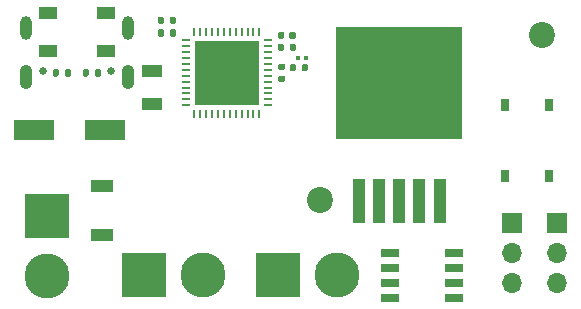
<source format=gbr>
G04 #@! TF.GenerationSoftware,KiCad,Pcbnew,(5.1.9)-1*
G04 #@! TF.CreationDate,2021-07-08T11:24:14-04:00*
G04 #@! TF.ProjectId,ESC_5A,4553435f-3541-42e6-9b69-6361645f7063,rev?*
G04 #@! TF.SameCoordinates,Original*
G04 #@! TF.FileFunction,Soldermask,Top*
G04 #@! TF.FilePolarity,Negative*
%FSLAX46Y46*%
G04 Gerber Fmt 4.6, Leading zero omitted, Abs format (unit mm)*
G04 Created by KiCad (PCBNEW (5.1.9)-1) date 2021-07-08 11:24:14*
%MOMM*%
%LPD*%
G01*
G04 APERTURE LIST*
%ADD10R,0.700000X1.000000*%
%ADD11C,2.200000*%
%ADD12R,1.890000X1.140000*%
%ADD13O,1.700000X1.700000*%
%ADD14R,1.700000X1.700000*%
%ADD15R,5.499999X5.499999*%
%ADD16R,0.199200X0.704800*%
%ADD17R,0.704800X0.199200*%
%ADD18C,3.800000*%
%ADD19R,3.800000X3.800000*%
%ADD20C,0.650000*%
%ADD21O,1.050000X2.100000*%
%ADD22O,1.000000X2.000000*%
%ADD23R,10.750000X9.450000*%
%ADD24R,1.000000X3.800000*%
%ADD25R,1.500000X0.650000*%
%ADD26R,1.500000X1.000000*%
%ADD27R,0.460000X0.420000*%
%ADD28R,3.400000X1.800000*%
%ADD29R,1.820000X1.070000*%
G04 APERTURE END LIST*
D10*
G04 #@! TO.C,S1*
X172665000Y-146860000D03*
X172665000Y-152860000D03*
X168965000Y-146860000D03*
X168965000Y-152860000D03*
G04 #@! TD*
D11*
G04 #@! TO.C,H2*
X172085000Y-140970000D03*
G04 #@! TD*
D12*
G04 #@! TO.C,Z1*
X134855000Y-157910000D03*
X134855000Y-153710000D03*
G04 #@! TD*
D13*
G04 #@! TO.C,J6*
X173355000Y-161925000D03*
X173355000Y-159385000D03*
D14*
X173355000Y-156845000D03*
G04 #@! TD*
D15*
G04 #@! TO.C,U1*
X145415000Y-144145000D03*
D16*
X142665000Y-140692602D03*
X143164999Y-140692602D03*
X143665001Y-140692602D03*
X144165000Y-140692602D03*
X144664999Y-140692602D03*
X145165000Y-140692602D03*
X145665000Y-140692602D03*
X146165001Y-140692602D03*
X146665000Y-140692602D03*
X147164999Y-140692602D03*
X147665001Y-140692602D03*
X148165000Y-140692602D03*
D17*
X148867398Y-141395000D03*
X148867398Y-141894999D03*
X148867398Y-142395001D03*
X148867398Y-142895000D03*
X148867398Y-143394999D03*
X148867398Y-143895000D03*
X148867398Y-144395000D03*
X148867398Y-144895001D03*
X148867398Y-145395000D03*
X148867398Y-145894999D03*
X148867398Y-146395001D03*
X148867398Y-146895000D03*
D16*
X148165000Y-147597398D03*
X147665001Y-147597398D03*
X147164999Y-147597398D03*
X146665000Y-147597398D03*
X146165001Y-147597398D03*
X145665000Y-147597398D03*
X145165000Y-147597398D03*
X144664999Y-147597398D03*
X144165000Y-147597398D03*
X143665001Y-147597398D03*
X143164999Y-147597398D03*
X142665000Y-147597398D03*
D17*
X141962602Y-146895000D03*
X141962602Y-146395001D03*
X141962602Y-145894999D03*
X141962602Y-145395000D03*
X141962602Y-144895001D03*
X141962602Y-144395000D03*
X141962602Y-143895000D03*
X141962602Y-143394999D03*
X141962602Y-142895000D03*
X141962602Y-142395001D03*
X141962602Y-141894999D03*
X141962602Y-141395000D03*
G04 #@! TD*
G04 #@! TO.C,R12*
G36*
G01*
X140575000Y-140955000D02*
X140575000Y-140585000D01*
G75*
G02*
X140710000Y-140450000I135000J0D01*
G01*
X140980000Y-140450000D01*
G75*
G02*
X141115000Y-140585000I0J-135000D01*
G01*
X141115000Y-140955000D01*
G75*
G02*
X140980000Y-141090000I-135000J0D01*
G01*
X140710000Y-141090000D01*
G75*
G02*
X140575000Y-140955000I0J135000D01*
G01*
G37*
G36*
G01*
X139555000Y-140955000D02*
X139555000Y-140585000D01*
G75*
G02*
X139690000Y-140450000I135000J0D01*
G01*
X139960000Y-140450000D01*
G75*
G02*
X140095000Y-140585000I0J-135000D01*
G01*
X140095000Y-140955000D01*
G75*
G02*
X139960000Y-141090000I-135000J0D01*
G01*
X139690000Y-141090000D01*
G75*
G02*
X139555000Y-140955000I0J135000D01*
G01*
G37*
G04 #@! TD*
G04 #@! TO.C,R11*
G36*
G01*
X140575000Y-139885000D02*
X140575000Y-139515000D01*
G75*
G02*
X140710000Y-139380000I135000J0D01*
G01*
X140980000Y-139380000D01*
G75*
G02*
X141115000Y-139515000I0J-135000D01*
G01*
X141115000Y-139885000D01*
G75*
G02*
X140980000Y-140020000I-135000J0D01*
G01*
X140710000Y-140020000D01*
G75*
G02*
X140575000Y-139885000I0J135000D01*
G01*
G37*
G36*
G01*
X139555000Y-139885000D02*
X139555000Y-139515000D01*
G75*
G02*
X139690000Y-139380000I135000J0D01*
G01*
X139960000Y-139380000D01*
G75*
G02*
X140095000Y-139515000I0J-135000D01*
G01*
X140095000Y-139885000D01*
G75*
G02*
X139960000Y-140020000I-135000J0D01*
G01*
X139690000Y-140020000D01*
G75*
G02*
X139555000Y-139885000I0J135000D01*
G01*
G37*
G04 #@! TD*
G04 #@! TO.C,R10*
G36*
G01*
X150245000Y-143905000D02*
X149875000Y-143905000D01*
G75*
G02*
X149740000Y-143770000I0J135000D01*
G01*
X149740000Y-143500000D01*
G75*
G02*
X149875000Y-143365000I135000J0D01*
G01*
X150245000Y-143365000D01*
G75*
G02*
X150380000Y-143500000I0J-135000D01*
G01*
X150380000Y-143770000D01*
G75*
G02*
X150245000Y-143905000I-135000J0D01*
G01*
G37*
G36*
G01*
X150245000Y-144925000D02*
X149875000Y-144925000D01*
G75*
G02*
X149740000Y-144790000I0J135000D01*
G01*
X149740000Y-144520000D01*
G75*
G02*
X149875000Y-144385000I135000J0D01*
G01*
X150245000Y-144385000D01*
G75*
G02*
X150380000Y-144520000I0J-135000D01*
G01*
X150380000Y-144790000D01*
G75*
G02*
X150245000Y-144925000I-135000J0D01*
G01*
G37*
G04 #@! TD*
G04 #@! TO.C,R8*
G36*
G01*
X151755000Y-143895000D02*
X151755000Y-143525000D01*
G75*
G02*
X151890000Y-143390000I135000J0D01*
G01*
X152160000Y-143390000D01*
G75*
G02*
X152295000Y-143525000I0J-135000D01*
G01*
X152295000Y-143895000D01*
G75*
G02*
X152160000Y-144030000I-135000J0D01*
G01*
X151890000Y-144030000D01*
G75*
G02*
X151755000Y-143895000I0J135000D01*
G01*
G37*
G36*
G01*
X150735000Y-143895000D02*
X150735000Y-143525000D01*
G75*
G02*
X150870000Y-143390000I135000J0D01*
G01*
X151140000Y-143390000D01*
G75*
G02*
X151275000Y-143525000I0J-135000D01*
G01*
X151275000Y-143895000D01*
G75*
G02*
X151140000Y-144030000I-135000J0D01*
G01*
X150870000Y-144030000D01*
G75*
G02*
X150735000Y-143895000I0J135000D01*
G01*
G37*
G04 #@! TD*
G04 #@! TO.C,R5*
G36*
G01*
X150735000Y-142175000D02*
X150735000Y-141805000D01*
G75*
G02*
X150870000Y-141670000I135000J0D01*
G01*
X151140000Y-141670000D01*
G75*
G02*
X151275000Y-141805000I0J-135000D01*
G01*
X151275000Y-142175000D01*
G75*
G02*
X151140000Y-142310000I-135000J0D01*
G01*
X150870000Y-142310000D01*
G75*
G02*
X150735000Y-142175000I0J135000D01*
G01*
G37*
G36*
G01*
X149715000Y-142175000D02*
X149715000Y-141805000D01*
G75*
G02*
X149850000Y-141670000I135000J0D01*
G01*
X150120000Y-141670000D01*
G75*
G02*
X150255000Y-141805000I0J-135000D01*
G01*
X150255000Y-142175000D01*
G75*
G02*
X150120000Y-142310000I-135000J0D01*
G01*
X149850000Y-142310000D01*
G75*
G02*
X149715000Y-142175000I0J135000D01*
G01*
G37*
G04 #@! TD*
G04 #@! TO.C,R3*
G36*
G01*
X133745000Y-143960000D02*
X133745000Y-144330000D01*
G75*
G02*
X133610000Y-144465000I-135000J0D01*
G01*
X133340000Y-144465000D01*
G75*
G02*
X133205000Y-144330000I0J135000D01*
G01*
X133205000Y-143960000D01*
G75*
G02*
X133340000Y-143825000I135000J0D01*
G01*
X133610000Y-143825000D01*
G75*
G02*
X133745000Y-143960000I0J-135000D01*
G01*
G37*
G36*
G01*
X134765000Y-143960000D02*
X134765000Y-144330000D01*
G75*
G02*
X134630000Y-144465000I-135000J0D01*
G01*
X134360000Y-144465000D01*
G75*
G02*
X134225000Y-144330000I0J135000D01*
G01*
X134225000Y-143960000D01*
G75*
G02*
X134360000Y-143825000I135000J0D01*
G01*
X134630000Y-143825000D01*
G75*
G02*
X134765000Y-143960000I0J-135000D01*
G01*
G37*
G04 #@! TD*
G04 #@! TO.C,R1*
G36*
G01*
X131685000Y-144330000D02*
X131685000Y-143960000D01*
G75*
G02*
X131820000Y-143825000I135000J0D01*
G01*
X132090000Y-143825000D01*
G75*
G02*
X132225000Y-143960000I0J-135000D01*
G01*
X132225000Y-144330000D01*
G75*
G02*
X132090000Y-144465000I-135000J0D01*
G01*
X131820000Y-144465000D01*
G75*
G02*
X131685000Y-144330000I0J135000D01*
G01*
G37*
G36*
G01*
X130665000Y-144330000D02*
X130665000Y-143960000D01*
G75*
G02*
X130800000Y-143825000I135000J0D01*
G01*
X131070000Y-143825000D01*
G75*
G02*
X131205000Y-143960000I0J-135000D01*
G01*
X131205000Y-144330000D01*
G75*
G02*
X131070000Y-144465000I-135000J0D01*
G01*
X130800000Y-144465000D01*
G75*
G02*
X130665000Y-144330000I0J135000D01*
G01*
G37*
G04 #@! TD*
D18*
G04 #@! TO.C,J5*
X130175000Y-161310000D03*
D19*
X130175000Y-156310000D03*
G04 #@! TD*
D18*
G04 #@! TO.C,J4*
X154760000Y-161290000D03*
D19*
X149760000Y-161290000D03*
G04 #@! TD*
D18*
G04 #@! TO.C,J3*
X143430000Y-161290000D03*
D19*
X138430000Y-161290000D03*
G04 #@! TD*
D13*
G04 #@! TO.C,J2*
X169545000Y-161925000D03*
X169545000Y-159385000D03*
D14*
X169545000Y-156845000D03*
G04 #@! TD*
D20*
G04 #@! TO.C,J1*
X129825000Y-144015000D03*
X135605000Y-144015000D03*
D21*
X137035000Y-144515000D03*
X128395000Y-144515000D03*
D22*
X137035000Y-140335000D03*
X128395000Y-140335000D03*
G04 #@! TD*
D23*
G04 #@! TO.C,IC3*
X160020000Y-145002000D03*
D24*
X163420000Y-155002000D03*
X161720000Y-155002000D03*
X160020000Y-155002000D03*
X158320000Y-155002000D03*
X156620000Y-155002000D03*
G04 #@! TD*
D25*
G04 #@! TO.C,IC2*
X164625000Y-159385000D03*
X164625000Y-160655000D03*
X164625000Y-161925000D03*
X164625000Y-163195000D03*
X159225000Y-163195000D03*
X159225000Y-161925000D03*
X159225000Y-160655000D03*
X159225000Y-159385000D03*
G04 #@! TD*
D11*
G04 #@! TO.C,H1*
X153270000Y-154940000D03*
G04 #@! TD*
D26*
G04 #@! TO.C,D1*
X130265000Y-139070000D03*
X130265000Y-142270000D03*
X135165000Y-139070000D03*
X135165000Y-142270000D03*
G04 #@! TD*
D27*
G04 #@! TO.C,C13*
X151435000Y-142875000D03*
X152095000Y-142875000D03*
G04 #@! TD*
G04 #@! TO.C,C12*
G36*
G01*
X150695000Y-141140000D02*
X150695000Y-140800000D01*
G75*
G02*
X150835000Y-140660000I140000J0D01*
G01*
X151115000Y-140660000D01*
G75*
G02*
X151255000Y-140800000I0J-140000D01*
G01*
X151255000Y-141140000D01*
G75*
G02*
X151115000Y-141280000I-140000J0D01*
G01*
X150835000Y-141280000D01*
G75*
G02*
X150695000Y-141140000I0J140000D01*
G01*
G37*
G36*
G01*
X149735000Y-141140000D02*
X149735000Y-140800000D01*
G75*
G02*
X149875000Y-140660000I140000J0D01*
G01*
X150155000Y-140660000D01*
G75*
G02*
X150295000Y-140800000I0J-140000D01*
G01*
X150295000Y-141140000D01*
G75*
G02*
X150155000Y-141280000I-140000J0D01*
G01*
X149875000Y-141280000D01*
G75*
G02*
X149735000Y-141140000I0J140000D01*
G01*
G37*
G04 #@! TD*
D28*
G04 #@! TO.C,C11*
X129080000Y-149025000D03*
X135080000Y-149025000D03*
G04 #@! TD*
D29*
G04 #@! TO.C,C3*
X139065000Y-144035000D03*
X139065000Y-146795000D03*
G04 #@! TD*
M02*

</source>
